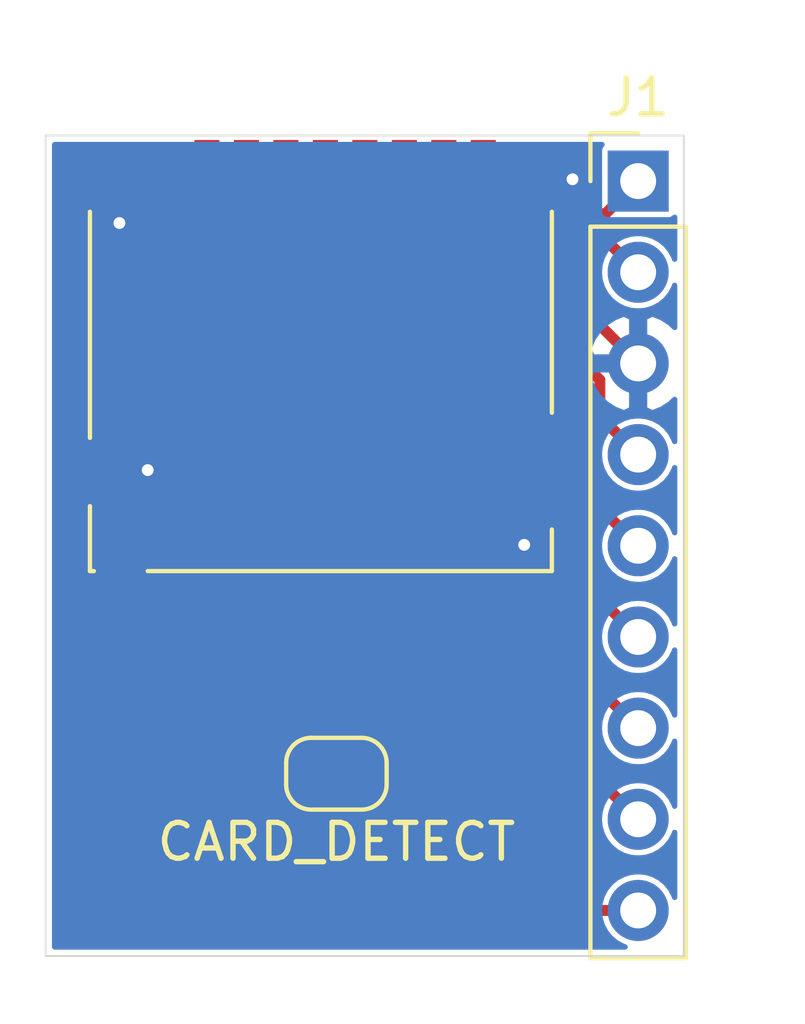
<source format=kicad_pcb>
(kicad_pcb (version 20171130) (host pcbnew "(5.1.4-0-10_14)")

  (general
    (thickness 1.6)
    (drawings 4)
    (tracks 75)
    (zones 0)
    (modules 3)
    (nets 11)
  )

  (page A4)
  (layers
    (0 F.Cu signal)
    (31 B.Cu signal)
    (32 B.Adhes user)
    (33 F.Adhes user)
    (34 B.Paste user)
    (35 F.Paste user)
    (36 B.SilkS user)
    (37 F.SilkS user)
    (38 B.Mask user)
    (39 F.Mask user)
    (40 Dwgs.User user)
    (41 Cmts.User user)
    (42 Eco1.User user)
    (43 Eco2.User user)
    (44 Edge.Cuts user)
    (45 Margin user)
    (46 B.CrtYd user)
    (47 F.CrtYd user)
    (48 B.Fab user)
    (49 F.Fab user)
  )

  (setup
    (last_trace_width 0.3048)
    (user_trace_width 0.1524)
    (user_trace_width 0.3048)
    (user_trace_width 0.4572)
    (trace_clearance 0.1524)
    (zone_clearance 0.1524)
    (zone_45_only no)
    (trace_min 0.1524)
    (via_size 0.6858)
    (via_drill 0.3302)
    (via_min_size 0.6858)
    (via_min_drill 0.3302)
    (uvia_size 0.3)
    (uvia_drill 0.1)
    (uvias_allowed no)
    (uvia_min_size 0.2)
    (uvia_min_drill 0.1)
    (edge_width 0.05)
    (segment_width 0.2)
    (pcb_text_width 0.3)
    (pcb_text_size 1.5 1.5)
    (mod_edge_width 0.12)
    (mod_text_size 1 1)
    (mod_text_width 0.15)
    (pad_size 1.524 1.524)
    (pad_drill 0.762)
    (pad_to_mask_clearance 0.051)
    (solder_mask_min_width 0.25)
    (aux_axis_origin 0 0)
    (visible_elements FFFFFF7F)
    (pcbplotparams
      (layerselection 0x010fc_ffffffff)
      (usegerberextensions false)
      (usegerberattributes false)
      (usegerberadvancedattributes false)
      (creategerberjobfile false)
      (excludeedgelayer true)
      (linewidth 0.100000)
      (plotframeref false)
      (viasonmask false)
      (mode 1)
      (useauxorigin false)
      (hpglpennumber 1)
      (hpglpenspeed 20)
      (hpglpendiameter 15.000000)
      (psnegative false)
      (psa4output false)
      (plotreference true)
      (plotvalue true)
      (plotinvisibletext false)
      (padsonsilk false)
      (subtractmaskfromsilk false)
      (outputformat 1)
      (mirror false)
      (drillshape 1)
      (scaleselection 1)
      (outputdirectory ""))
  )

  (net 0 "")
  (net 1 /DAT1)
  (net 2 /DAT0)
  (net 3 /GND)
  (net 4 /CLK)
  (net 5 /3V3)
  (net 6 /CMD)
  (net 7 /DAT3)
  (net 8 /DAT2)
  (net 9 "Net-(J2-Pad10)")
  (net 10 /29)

  (net_class Default "This is the default net class."
    (clearance 0.1524)
    (trace_width 0.1524)
    (via_dia 0.6858)
    (via_drill 0.3302)
    (uvia_dia 0.3)
    (uvia_drill 0.1)
    (add_net /29)
    (add_net /3V3)
    (add_net /CLK)
    (add_net /CMD)
    (add_net /DAT0)
    (add_net /DAT1)
    (add_net /DAT2)
    (add_net /DAT3)
    (add_net /GND)
    (add_net "Net-(J2-Pad10)")
  )

  (module Jumper:SolderJumper-2_P1.3mm_Open_RoundedPad1.0x1.5mm (layer F.Cu) (tedit 5B391E66) (tstamp 5D856652)
    (at 131.2926 97.79)
    (descr "SMD Solder Jumper, 1x1.5mm, rounded Pads, 0.3mm gap, open")
    (tags "solder jumper open")
    (path /5D855F03)
    (attr virtual)
    (fp_text reference JP1 (at 0 -1.8) (layer F.SilkS) hide
      (effects (font (size 1 1) (thickness 0.15)))
    )
    (fp_text value CARD_DETECT (at 0 1.9) (layer F.SilkS)
      (effects (font (size 1 1) (thickness 0.15)))
    )
    (fp_line (start 1.65 1.25) (end -1.65 1.25) (layer F.CrtYd) (width 0.05))
    (fp_line (start 1.65 1.25) (end 1.65 -1.25) (layer F.CrtYd) (width 0.05))
    (fp_line (start -1.65 -1.25) (end -1.65 1.25) (layer F.CrtYd) (width 0.05))
    (fp_line (start -1.65 -1.25) (end 1.65 -1.25) (layer F.CrtYd) (width 0.05))
    (fp_line (start -0.7 -1) (end 0.7 -1) (layer F.SilkS) (width 0.12))
    (fp_line (start 1.4 -0.3) (end 1.4 0.3) (layer F.SilkS) (width 0.12))
    (fp_line (start 0.7 1) (end -0.7 1) (layer F.SilkS) (width 0.12))
    (fp_line (start -1.4 0.3) (end -1.4 -0.3) (layer F.SilkS) (width 0.12))
    (fp_arc (start -0.7 -0.3) (end -0.7 -1) (angle -90) (layer F.SilkS) (width 0.12))
    (fp_arc (start -0.7 0.3) (end -1.4 0.3) (angle -90) (layer F.SilkS) (width 0.12))
    (fp_arc (start 0.7 0.3) (end 0.7 1) (angle -90) (layer F.SilkS) (width 0.12))
    (fp_arc (start 0.7 -0.3) (end 1.4 -0.3) (angle -90) (layer F.SilkS) (width 0.12))
    (pad 2 smd custom (at 0.65 0) (size 1 0.5) (layers F.Cu F.Mask)
      (net 10 /29) (zone_connect 2)
      (options (clearance outline) (anchor rect))
      (primitives
        (gr_circle (center 0 0.25) (end 0.5 0.25) (width 0))
        (gr_circle (center 0 -0.25) (end 0.5 -0.25) (width 0))
        (gr_poly (pts
           (xy 0 -0.75) (xy -0.5 -0.75) (xy -0.5 0.75) (xy 0 0.75)) (width 0))
      ))
    (pad 1 smd custom (at -0.65 0) (size 1 0.5) (layers F.Cu F.Mask)
      (net 9 "Net-(J2-Pad10)") (zone_connect 2)
      (options (clearance outline) (anchor rect))
      (primitives
        (gr_circle (center 0 0.25) (end 0.5 0.25) (width 0))
        (gr_circle (center 0 -0.25) (end 0.5 -0.25) (width 0))
        (gr_poly (pts
           (xy 0 -0.75) (xy 0.5 -0.75) (xy 0.5 0.75) (xy 0 0.75)) (width 0))
      ))
  )

  (module Connector_Card:microSD_HC_Hirose_DM3D-SF (layer F.Cu) (tedit 5B82D16A) (tstamp 5D85678A)
    (at 130.8608 86.36 180)
    (descr "Micro SD, SMD, right-angle, push-pull (https://media.digikey.com/PDF/Data%20Sheets/Hirose%20PDFs/DM3D-SF.pdf)")
    (tags "Micro SD")
    (path /5D85967D)
    (attr smd)
    (fp_text reference J2 (at -0.025 -7.625) (layer F.SilkS) hide
      (effects (font (size 1 1) (thickness 0.15)))
    )
    (fp_text value Micro_SD_Card_Det (at -0.025 6.975) (layer F.Fab)
      (effects (font (size 1 1) (thickness 0.15)))
    )
    (fp_arc (start 5.475 5.475) (end 5.475 5.725) (angle 90) (layer F.Fab) (width 0.1))
    (fp_arc (start 4.725 4.425) (end 4.725 3.925) (angle 90) (layer F.Fab) (width 0.1))
    (fp_arc (start -5.525 5.475) (end -5.275 5.475) (angle 90) (layer F.Fab) (width 0.1))
    (fp_arc (start -4.775 4.425) (end -5.275 4.425) (angle 90) (layer F.Fab) (width 0.1))
    (fp_arc (start -5.025 9.575) (end -5.025 10.075) (angle 90) (layer F.Fab) (width 0.1))
    (fp_arc (start 4.975 9.575) (end 5.475 9.575) (angle 90) (layer F.Fab) (width 0.1))
    (fp_line (start 6.325 -5.785) (end 6.435 -5.785) (layer F.SilkS) (width 0.12))
    (fp_line (start 0.525 -5.725) (end -1.975 -5.725) (layer Dwgs.User) (width 0.1))
    (fp_line (start 6.375 5.725) (end 6.375 -5.725) (layer F.Fab) (width 0.1))
    (fp_line (start 3.575 0.475) (end 3.575 -1.525) (layer Dwgs.User) (width 0.1))
    (fp_line (start 3.075 0.475) (end 3.575 -0.975) (layer Dwgs.User) (width 0.1))
    (fp_line (start 2.575 0.475) (end 3.275 -1.525) (layer Dwgs.User) (width 0.1))
    (fp_line (start 2.075 0.475) (end 2.775 -1.525) (layer Dwgs.User) (width 0.1))
    (fp_line (start 1.575 0.475) (end 2.275 -1.525) (layer Dwgs.User) (width 0.1))
    (fp_line (start 1.075 0.475) (end 1.775 -1.525) (layer Dwgs.User) (width 0.1))
    (fp_line (start 0.575 0.475) (end 1.275 -1.525) (layer Dwgs.User) (width 0.1))
    (fp_line (start 0.075 0.475) (end 0.775 -1.525) (layer Dwgs.User) (width 0.1))
    (fp_line (start -0.425 0.475) (end 0.275 -1.525) (layer Dwgs.User) (width 0.1))
    (fp_line (start -0.925 0.475) (end -0.225 -1.525) (layer Dwgs.User) (width 0.1))
    (fp_line (start -1.425 0.475) (end -0.725 -1.525) (layer Dwgs.User) (width 0.1))
    (fp_line (start -1.925 0.475) (end -1.225 -1.525) (layer Dwgs.User) (width 0.1))
    (fp_line (start -2.425 0.475) (end -1.725 -1.525) (layer Dwgs.User) (width 0.1))
    (fp_line (start -2.925 0.475) (end -2.225 -1.525) (layer Dwgs.User) (width 0.1))
    (fp_line (start -3.425 0.475) (end -2.725 -1.525) (layer Dwgs.User) (width 0.1))
    (fp_line (start -4.425 0.475) (end -3.725 -1.525) (layer Dwgs.User) (width 0.1))
    (fp_line (start -6.375 5.725) (end -6.375 -5.725) (layer F.Fab) (width 0.1))
    (fp_line (start -4.925 0.475) (end 3.575 0.475) (layer Dwgs.User) (width 0.1))
    (fp_line (start 0.525 -3.875) (end -1.975 -3.875) (layer Dwgs.User) (width 0.1))
    (fp_line (start -4.925 -1.525) (end 3.575 -1.525) (layer Dwgs.User) (width 0.1))
    (fp_line (start -6.92 -6.72) (end 6.88 -6.72) (layer F.CrtYd) (width 0.05))
    (fp_line (start 6.88 -6.72) (end 6.88 6.28) (layer F.CrtYd) (width 0.05))
    (fp_line (start 6.88 6.28) (end -6.92 6.28) (layer F.CrtYd) (width 0.05))
    (fp_line (start -6.92 6.28) (end -6.92 -6.72) (layer F.CrtYd) (width 0.05))
    (fp_line (start -4.925 -1.525) (end -4.925 0.475) (layer Dwgs.User) (width 0.1))
    (fp_line (start -4.925 0.475) (end -4.225 -1.525) (layer Dwgs.User) (width 0.1))
    (fp_line (start -4.225 -1.525) (end -3.725 -1.525) (layer Dwgs.User) (width 0.1))
    (fp_line (start -3.925 0.475) (end -3.225 -1.525) (layer Dwgs.User) (width 0.1))
    (fp_line (start -3.225 -1.525) (end -2.725 -1.525) (layer Dwgs.User) (width 0.1))
    (fp_line (start -6.375 -5.725) (end 6.375 -5.725) (layer F.Fab) (width 0.1))
    (fp_line (start -1.975 -5.725) (end -1.975 -3.875) (layer Dwgs.User) (width 0.1))
    (fp_line (start 0.525 -3.875) (end 0.525 -5.725) (layer Dwgs.User) (width 0.1))
    (fp_line (start -1.925 -3.875) (end -1.525 -5.725) (layer Dwgs.User) (width 0.1))
    (fp_line (start -1.025 -5.725) (end -1.525 -3.875) (layer Dwgs.User) (width 0.1))
    (fp_line (start -1.025 -3.875) (end -0.525 -5.725) (layer Dwgs.User) (width 0.1))
    (fp_line (start -0.025 -5.725) (end -0.525 -3.875) (layer Dwgs.User) (width 0.1))
    (fp_line (start -0.025 -3.875) (end 0.475 -5.725) (layer Dwgs.User) (width 0.1))
    (fp_line (start -5.525 -6.975) (end 4.175 -6.975) (layer F.Fab) (width 0.1))
    (fp_line (start 4.175 -5.725) (end 4.175 -6.975) (layer F.Fab) (width 0.1))
    (fp_line (start -5.525 -5.725) (end -5.525 -6.975) (layer F.Fab) (width 0.1))
    (fp_line (start -4.775 3.925) (end 4.725 3.925) (layer F.Fab) (width 0.1))
    (fp_line (start -6.375 5.725) (end -5.525 5.725) (layer F.Fab) (width 0.1))
    (fp_line (start -5.275 5.475) (end -5.275 4.425) (layer F.Fab) (width 0.1))
    (fp_line (start 5.225 5.475) (end 5.225 4.425) (layer F.Fab) (width 0.1))
    (fp_line (start 5.475 5.725) (end 6.375 5.725) (layer F.Fab) (width 0.1))
    (fp_line (start -5.525 5.725) (end -5.525 9.575) (layer F.Fab) (width 0.1))
    (fp_line (start -5.025 10.075) (end 4.975 10.075) (layer F.Fab) (width 0.1))
    (fp_line (start 5.475 9.575) (end 5.475 5.725) (layer F.Fab) (width 0.1))
    (fp_line (start -6.435 -4.625) (end -6.435 -5.785) (layer F.SilkS) (width 0.12))
    (fp_line (start -6.435 -5.785) (end 4.825 -5.785) (layer F.SilkS) (width 0.12))
    (fp_line (start 6.435 -5.785) (end 6.435 -3.975) (layer F.SilkS) (width 0.12))
    (fp_line (start -6.435 -1.375) (end -6.435 4.225) (layer F.SilkS) (width 0.12))
    (fp_line (start 6.435 -2.075) (end 6.435 4.225) (layer F.SilkS) (width 0.12))
    (fp_text user KEEPOUT (at -0.725 -4.8) (layer Cmts.User)
      (effects (font (size 0.4 0.4) (thickness 0.06)))
    )
    (fp_text user %R (at -0.025 1.475) (layer F.Fab)
      (effects (font (size 1 1) (thickness 0.1)))
    )
    (fp_text user KEEPOUT (at -0.275 -0.525) (layer Cmts.User)
      (effects (font (size 1 1) (thickness 0.1)))
    )
    (pad 10 smd rect (at 5.575 -5.45 180) (size 1 1.55) (layers F.Cu F.Paste F.Mask)
      (net 9 "Net-(J2-Pad10)"))
    (pad 11 smd rect (at 5.625 5.225 180) (size 1.5 1.5) (layers F.Cu F.Paste F.Mask)
      (net 3 /GND))
    (pad 1 smd rect (at 3.175 5.35 180) (size 0.7 1.75) (layers F.Cu F.Paste F.Mask)
      (net 8 /DAT2))
    (pad 2 smd rect (at 2.075 5.35 180) (size 0.7 1.75) (layers F.Cu F.Paste F.Mask)
      (net 7 /DAT3))
    (pad 3 smd rect (at 0.975 5.35 180) (size 0.7 1.75) (layers F.Cu F.Paste F.Mask)
      (net 6 /CMD))
    (pad 4 smd rect (at -0.125 5.35 180) (size 0.7 1.75) (layers F.Cu F.Paste F.Mask)
      (net 5 /3V3))
    (pad 5 smd rect (at -1.225 5.35 180) (size 0.7 1.75) (layers F.Cu F.Paste F.Mask)
      (net 4 /CLK))
    (pad 6 smd rect (at -2.325 5.35 180) (size 0.7 1.75) (layers F.Cu F.Paste F.Mask)
      (net 3 /GND))
    (pad 7 smd rect (at -3.425 5.35 180) (size 0.7 1.75) (layers F.Cu F.Paste F.Mask)
      (net 2 /DAT0))
    (pad 11 smd rect (at 5.975 -3.025 180) (size 0.8 1.4) (layers F.Cu F.Paste F.Mask)
      (net 3 /GND))
    (pad 9 smd rect (at -5.65 -3.875 180) (size 1.45 1) (layers F.Cu F.Paste F.Mask)
      (net 3 /GND))
    (pad 11 smd rect (at -5.975 -2.375 180) (size 0.8 1.5) (layers F.Cu F.Paste F.Mask)
      (net 3 /GND))
    (pad 11 smd rect (at -5.725 5.225 180) (size 1.3 1.5) (layers F.Cu F.Paste F.Mask)
      (net 3 /GND))
    (pad 8 smd rect (at -4.525 5.35 180) (size 0.7 1.75) (layers F.Cu F.Paste F.Mask)
      (net 1 /DAT1))
    (model ${KISYS3DMOD}/Connector_Card.3dshapes/microSD_HC_Hirose_DM3D-SF.wrl
      (at (xyz 0 0 0))
      (scale (xyz 1 1 1))
      (rotate (xyz 0 0 0))
    )
  )

  (module Connector_PinHeader_2.54mm:PinHeader_1x09_P2.54mm_Vertical (layer F.Cu) (tedit 59FED5CC) (tstamp 5D855230)
    (at 139.7 81.28)
    (descr "Through hole straight pin header, 1x09, 2.54mm pitch, single row")
    (tags "Through hole pin header THT 1x09 2.54mm single row")
    (path /5D8549FA)
    (fp_text reference J1 (at 0 -2.33) (layer F.SilkS)
      (effects (font (size 1 1) (thickness 0.15)))
    )
    (fp_text value Conn_01x09 (at 0 22.65) (layer F.Fab)
      (effects (font (size 1 1) (thickness 0.15)))
    )
    (fp_text user %R (at 0 10.16 90) (layer F.Fab)
      (effects (font (size 1 1) (thickness 0.15)))
    )
    (fp_line (start 1.8 -1.8) (end -1.8 -1.8) (layer F.CrtYd) (width 0.05))
    (fp_line (start 1.8 22.1) (end 1.8 -1.8) (layer F.CrtYd) (width 0.05))
    (fp_line (start -1.8 22.1) (end 1.8 22.1) (layer F.CrtYd) (width 0.05))
    (fp_line (start -1.8 -1.8) (end -1.8 22.1) (layer F.CrtYd) (width 0.05))
    (fp_line (start -1.33 -1.33) (end 0 -1.33) (layer F.SilkS) (width 0.12))
    (fp_line (start -1.33 0) (end -1.33 -1.33) (layer F.SilkS) (width 0.12))
    (fp_line (start -1.33 1.27) (end 1.33 1.27) (layer F.SilkS) (width 0.12))
    (fp_line (start 1.33 1.27) (end 1.33 21.65) (layer F.SilkS) (width 0.12))
    (fp_line (start -1.33 1.27) (end -1.33 21.65) (layer F.SilkS) (width 0.12))
    (fp_line (start -1.33 21.65) (end 1.33 21.65) (layer F.SilkS) (width 0.12))
    (fp_line (start -1.27 -0.635) (end -0.635 -1.27) (layer F.Fab) (width 0.1))
    (fp_line (start -1.27 21.59) (end -1.27 -0.635) (layer F.Fab) (width 0.1))
    (fp_line (start 1.27 21.59) (end -1.27 21.59) (layer F.Fab) (width 0.1))
    (fp_line (start 1.27 -1.27) (end 1.27 21.59) (layer F.Fab) (width 0.1))
    (fp_line (start -0.635 -1.27) (end 1.27 -1.27) (layer F.Fab) (width 0.1))
    (pad 9 thru_hole oval (at 0 20.32) (size 1.7 1.7) (drill 1) (layers *.Cu *.Mask)
      (net 10 /29))
    (pad 8 thru_hole oval (at 0 17.78) (size 1.7 1.7) (drill 1) (layers *.Cu *.Mask)
      (net 8 /DAT2))
    (pad 7 thru_hole oval (at 0 15.24) (size 1.7 1.7) (drill 1) (layers *.Cu *.Mask)
      (net 7 /DAT3))
    (pad 6 thru_hole oval (at 0 12.7) (size 1.7 1.7) (drill 1) (layers *.Cu *.Mask)
      (net 6 /CMD))
    (pad 5 thru_hole oval (at 0 10.16) (size 1.7 1.7) (drill 1) (layers *.Cu *.Mask)
      (net 5 /3V3))
    (pad 4 thru_hole oval (at 0 7.62) (size 1.7 1.7) (drill 1) (layers *.Cu *.Mask)
      (net 4 /CLK))
    (pad 3 thru_hole oval (at 0 5.08) (size 1.7 1.7) (drill 1) (layers *.Cu *.Mask)
      (net 3 /GND))
    (pad 2 thru_hole oval (at 0 2.54) (size 1.7 1.7) (drill 1) (layers *.Cu *.Mask)
      (net 2 /DAT0))
    (pad 1 thru_hole rect (at 0 0) (size 1.7 1.7) (drill 1) (layers *.Cu *.Mask)
      (net 1 /DAT1))
    (model ${KISYS3DMOD}/Connector_PinHeader_2.54mm.3dshapes/PinHeader_1x09_P2.54mm_Vertical.wrl
      (at (xyz 0 0 0))
      (scale (xyz 1 1 1))
      (rotate (xyz 0 0 0))
    )
  )

  (gr_line (start 140.97 80.01) (end 140.97 102.87) (layer Edge.Cuts) (width 0.05) (tstamp 5D8565C4))
  (gr_line (start 123.19 80.01) (end 140.97 80.01) (layer Edge.Cuts) (width 0.05))
  (gr_line (start 123.19 102.87) (end 123.19 80.01) (layer Edge.Cuts) (width 0.05))
  (gr_line (start 140.97 102.87) (end 123.19 102.87) (layer Edge.Cuts) (width 0.05))

  (segment (start 138.790199 82.189801) (end 139.7 81.28) (width 0.3048) (layer F.Cu) (net 1))
  (segment (start 135.385801 82.189801) (end 138.790199 82.189801) (width 0.3048) (layer F.Cu) (net 1))
  (segment (start 135.3858 81.01) (end 135.385801 82.189801) (width 0.3048) (layer F.Cu) (net 1))
  (segment (start 138.531556 82.651556) (end 138.850001 82.970001) (width 0.3048) (layer F.Cu) (net 2))
  (segment (start 134.2858 81.01) (end 134.2858 82.1898) (width 0.3048) (layer F.Cu) (net 2))
  (segment (start 138.850001 82.970001) (end 139.7 83.82) (width 0.3048) (layer F.Cu) (net 2))
  (segment (start 134.2858 82.1898) (end 134.747556 82.651556) (width 0.3048) (layer F.Cu) (net 2))
  (segment (start 134.747556 82.651556) (end 138.531556 82.651556) (width 0.3048) (layer F.Cu) (net 2))
  (segment (start 133.1858 82.1898) (end 134.104767 83.108767) (width 0.3048) (layer F.Cu) (net 3))
  (segment (start 134.104767 83.108767) (end 136.448767 83.108767) (width 0.3048) (layer F.Cu) (net 3))
  (segment (start 133.1858 81.01) (end 133.1858 82.1898) (width 0.3048) (layer F.Cu) (net 3))
  (segment (start 136.448767 83.108767) (end 138.850001 85.510001) (width 0.3048) (layer F.Cu) (net 3))
  (segment (start 138.850001 85.510001) (end 139.7 86.36) (width 0.3048) (layer F.Cu) (net 3))
  (segment (start 136.5108 89.06) (end 136.8358 88.735) (width 0.3048) (layer F.Cu) (net 3))
  (segment (start 136.5108 90.235) (end 136.5108 89.06) (width 0.3048) (layer F.Cu) (net 3))
  (segment (start 125.2358 82.4368) (end 125.2474 82.4484) (width 0.3048) (layer F.Cu) (net 3))
  (via (at 125.2474 82.4484) (size 0.6858) (drill 0.3302) (layers F.Cu B.Cu) (net 3))
  (segment (start 125.2358 81.135) (end 125.2358 82.4368) (width 0.3048) (layer F.Cu) (net 3))
  (segment (start 125.6054 89.385) (end 124.8858 89.385) (width 0.3048) (layer F.Cu) (net 3))
  (segment (start 126.0348 89.3318) (end 125.6054 89.385) (width 0.3048) (layer F.Cu) (net 3))
  (via (at 126.0348 89.3318) (size 0.6858) (drill 0.3302) (layers F.Cu B.Cu) (net 3))
  (via (at 136.525 91.4146) (size 0.6858) (drill 0.3302) (layers F.Cu B.Cu) (net 3))
  (segment (start 136.5108 91.4004) (end 136.525 91.4146) (width 0.3048) (layer F.Cu) (net 3))
  (segment (start 136.5108 90.235) (end 136.5108 91.4004) (width 0.3048) (layer F.Cu) (net 3))
  (via (at 137.8712 81.2292) (size 0.6858) (drill 0.3302) (layers F.Cu B.Cu) (net 3))
  (segment (start 137.777 81.135) (end 137.8712 81.2292) (width 0.3048) (layer F.Cu) (net 3))
  (segment (start 136.5858 81.135) (end 137.777 81.135) (width 0.3048) (layer F.Cu) (net 3))
  (segment (start 132.0858 82.1898) (end 133.461976 83.565976) (width 0.3048) (layer F.Cu) (net 4))
  (segment (start 137.541031 85.203582) (end 137.541031 85.727245) (width 0.3048) (layer F.Cu) (net 4))
  (segment (start 137.541031 85.727245) (end 138.633222 86.819436) (width 0.3048) (layer F.Cu) (net 4))
  (segment (start 132.0858 81.01) (end 132.0858 82.1898) (width 0.3048) (layer F.Cu) (net 4))
  (segment (start 135.903425 83.565976) (end 137.541031 85.203582) (width 0.3048) (layer F.Cu) (net 4))
  (segment (start 138.633222 87.833222) (end 138.850001 88.050001) (width 0.3048) (layer F.Cu) (net 4))
  (segment (start 133.461976 83.565976) (end 135.903425 83.565976) (width 0.3048) (layer F.Cu) (net 4))
  (segment (start 138.633222 86.819436) (end 138.633222 87.833222) (width 0.3048) (layer F.Cu) (net 4))
  (segment (start 138.850001 88.050001) (end 139.7 88.9) (width 0.3048) (layer F.Cu) (net 4))
  (segment (start 135.714043 84.023187) (end 137.08382 85.392964) (width 0.3048) (layer F.Cu) (net 5))
  (segment (start 137.08382 85.392964) (end 137.08382 85.916627) (width 0.3048) (layer F.Cu) (net 5))
  (segment (start 130.985801 82.189801) (end 132.819187 84.023187) (width 0.3048) (layer F.Cu) (net 5))
  (segment (start 132.819187 84.023187) (end 135.714043 84.023187) (width 0.3048) (layer F.Cu) (net 5))
  (segment (start 130.9858 81.01) (end 130.985801 82.189801) (width 0.3048) (layer F.Cu) (net 5))
  (segment (start 138.850001 90.590001) (end 139.7 91.44) (width 0.3048) (layer F.Cu) (net 5))
  (segment (start 138.176011 89.916011) (end 138.850001 90.590001) (width 0.3048) (layer F.Cu) (net 5))
  (segment (start 137.08382 85.916627) (end 138.176011 87.008818) (width 0.3048) (layer F.Cu) (net 5))
  (segment (start 138.176011 87.008818) (end 138.176011 89.916011) (width 0.3048) (layer F.Cu) (net 5))
  (segment (start 137.7188 87.237408) (end 136.58821 86.106818) (width 0.3048) (layer F.Cu) (net 6))
  (segment (start 132.176398 84.480398) (end 129.8858 82.1898) (width 0.3048) (layer F.Cu) (net 6))
  (segment (start 137.7188 91.9988) (end 137.7188 87.237408) (width 0.3048) (layer F.Cu) (net 6))
  (segment (start 139.7 93.98) (end 137.7188 91.9988) (width 0.3048) (layer F.Cu) (net 6))
  (segment (start 136.58821 85.543947) (end 135.524661 84.480398) (width 0.3048) (layer F.Cu) (net 6))
  (segment (start 129.8858 82.1898) (end 129.8858 81.01) (width 0.3048) (layer F.Cu) (net 6))
  (segment (start 135.524661 84.480398) (end 132.176398 84.480398) (width 0.3048) (layer F.Cu) (net 6))
  (segment (start 136.58821 86.106818) (end 136.58821 85.543947) (width 0.3048) (layer F.Cu) (net 6))
  (segment (start 130.449348 85.54719) (end 128.7858 83.883642) (width 0.3048) (layer F.Cu) (net 7))
  (segment (start 139.7 96.52) (end 135.480999 92.300999) (width 0.3048) (layer F.Cu) (net 7))
  (segment (start 128.7858 82.1898) (end 128.7858 81.01) (width 0.3048) (layer F.Cu) (net 7))
  (segment (start 128.7858 83.883642) (end 128.7858 82.1898) (width 0.3048) (layer F.Cu) (net 7))
  (segment (start 135.94486 85.54719) (end 130.449348 85.54719) (width 0.3048) (layer F.Cu) (net 7))
  (segment (start 135.480999 92.300999) (end 135.480999 88.728871) (width 0.3048) (layer F.Cu) (net 7))
  (segment (start 136.130999 88.078871) (end 136.130999 85.733329) (width 0.3048) (layer F.Cu) (net 7))
  (segment (start 136.130999 85.733329) (end 135.94486 85.54719) (width 0.3048) (layer F.Cu) (net 7))
  (segment (start 135.480999 88.728871) (end 136.130999 88.078871) (width 0.3048) (layer F.Cu) (net 7))
  (segment (start 127.6858 82.1898) (end 127.6858 81.01) (width 0.3048) (layer F.Cu) (net 8))
  (segment (start 127.081744 88.26501) (end 126.903192 88.086458) (width 0.3048) (layer F.Cu) (net 8))
  (segment (start 126.903192 82.972408) (end 127.6858 82.1898) (width 0.3048) (layer F.Cu) (net 8))
  (segment (start 126.903192 88.086458) (end 126.903192 82.972408) (width 0.3048) (layer F.Cu) (net 8))
  (segment (start 133.19761 90.043742) (end 131.418878 88.26501) (width 0.3048) (layer F.Cu) (net 8))
  (segment (start 131.418878 88.26501) (end 127.081744 88.26501) (width 0.3048) (layer F.Cu) (net 8) (tstamp 5D856855))
  (segment (start 133.19761 92.55761) (end 133.19761 90.043742) (width 0.3048) (layer F.Cu) (net 8))
  (segment (start 139.7 99.06) (end 133.19761 92.55761) (width 0.3048) (layer F.Cu) (net 8))
  (segment (start 125.2858 91.2258) (end 125.2858 91.6458) (width 0.1524) (layer F.Cu) (net 9))
  (segment (start 125.2858 92.4332) (end 125.2858 91.81) (width 0.3048) (layer F.Cu) (net 9))
  (segment (start 130.6426 97.79) (end 125.2858 92.4332) (width 0.3048) (layer F.Cu) (net 9))
  (segment (start 135.7526 101.6) (end 131.9426 97.79) (width 0.3048) (layer F.Cu) (net 10))
  (segment (start 139.7 101.6) (end 135.7526 101.6) (width 0.3048) (layer F.Cu) (net 10))

  (zone (net 0) (net_name "") (layer F.Cu) (tstamp 0) (hatch edge 0.508)
    (connect_pads (clearance 0.508))
    (min_thickness 0.254)
    (keepout (tracks not_allowed) (vias not_allowed) (copperpour not_allowed))
    (fill (arc_segments 32) (thermal_gap 0.508) (thermal_bridge_width 0.508))
    (polygon
      (pts
        (xy 135.818602 87.9602) (xy 135.818602 85.852) (xy 127.208002 85.852) (xy 127.208002 87.9602)
      )
    )
  )
  (zone (net 0) (net_name "") (layer F.Cu) (tstamp 0) (hatch edge 0.508)
    (connect_pads (clearance 0.508))
    (min_thickness 0.254)
    (keepout (tracks not_allowed) (vias not_allowed) (copperpour not_allowed))
    (fill (arc_segments 32) (thermal_gap 0.508) (thermal_bridge_width 0.508))
    (polygon
      (pts
        (xy 130.2766 92.0242) (xy 130.2766 90.17) (xy 132.8674 90.1446) (xy 132.8928 92.202) (xy 130.2766 92.1766)
        (xy 130.2766 92.1258)
      )
    )
  )
  (zone (net 3) (net_name /GND) (layer B.Cu) (tstamp 0) (hatch edge 0.508)
    (connect_pads (clearance 0.1524))
    (min_thickness 0.1524)
    (fill yes (arc_segments 32) (thermal_gap 0.508) (thermal_bridge_width 0.508))
    (polygon
      (pts
        (xy 142.24 78.74) (xy 121.92 78.74) (xy 121.92 104.14) (xy 142.24 104.14)
      )
    )
    (filled_polygon
      (pts
        (xy 138.687573 80.267573) (xy 138.659006 80.302382) (xy 138.637779 80.342095) (xy 138.624708 80.385187) (xy 138.620294 80.43)
        (xy 138.620294 82.13) (xy 138.624708 82.174813) (xy 138.637779 82.217905) (xy 138.659006 82.257618) (xy 138.687573 82.292427)
        (xy 138.722382 82.320994) (xy 138.762095 82.342221) (xy 138.805187 82.355292) (xy 138.85 82.359706) (xy 140.55 82.359706)
        (xy 140.594813 82.355292) (xy 140.637905 82.342221) (xy 140.677618 82.320994) (xy 140.712427 82.292427) (xy 140.7164 82.287586)
        (xy 140.7164 83.454963) (xy 140.701317 83.405241) (xy 140.601162 83.217863) (xy 140.466375 83.053625) (xy 140.302137 82.918838)
        (xy 140.114759 82.818683) (xy 139.911442 82.757007) (xy 139.75298 82.7414) (xy 139.64702 82.7414) (xy 139.488558 82.757007)
        (xy 139.285241 82.818683) (xy 139.097863 82.918838) (xy 138.933625 83.053625) (xy 138.798838 83.217863) (xy 138.698683 83.405241)
        (xy 138.637007 83.608558) (xy 138.616182 83.82) (xy 138.637007 84.031442) (xy 138.698683 84.234759) (xy 138.798838 84.422137)
        (xy 138.933625 84.586375) (xy 139.097863 84.721162) (xy 139.285241 84.821317) (xy 139.488558 84.882993) (xy 139.64702 84.8986)
        (xy 139.75298 84.8986) (xy 139.911442 84.882993) (xy 140.114759 84.821317) (xy 140.302137 84.721162) (xy 140.466375 84.586375)
        (xy 140.601162 84.422137) (xy 140.701317 84.234759) (xy 140.7164 84.185037) (xy 140.7164 85.357534) (xy 140.59519 85.239471)
        (xy 140.359385 85.086359) (xy 140.09824 84.982192) (xy 139.8778 85.082907) (xy 139.8778 86.1822) (xy 139.8978 86.1822)
        (xy 139.8978 86.5378) (xy 139.8778 86.5378) (xy 139.8778 87.637093) (xy 140.09824 87.737808) (xy 140.359385 87.633641)
        (xy 140.59519 87.480529) (xy 140.7164 87.362466) (xy 140.7164 88.534964) (xy 140.701317 88.485241) (xy 140.601162 88.297863)
        (xy 140.466375 88.133625) (xy 140.302137 87.998838) (xy 140.114759 87.898683) (xy 139.911442 87.837007) (xy 139.75298 87.8214)
        (xy 139.64702 87.8214) (xy 139.488558 87.837007) (xy 139.285241 87.898683) (xy 139.097863 87.998838) (xy 138.933625 88.133625)
        (xy 138.798838 88.297863) (xy 138.698683 88.485241) (xy 138.637007 88.688558) (xy 138.616182 88.9) (xy 138.637007 89.111442)
        (xy 138.698683 89.314759) (xy 138.798838 89.502137) (xy 138.933625 89.666375) (xy 139.097863 89.801162) (xy 139.285241 89.901317)
        (xy 139.488558 89.962993) (xy 139.64702 89.9786) (xy 139.75298 89.9786) (xy 139.911442 89.962993) (xy 140.114759 89.901317)
        (xy 140.302137 89.801162) (xy 140.466375 89.666375) (xy 140.601162 89.502137) (xy 140.701317 89.314759) (xy 140.7164 89.265036)
        (xy 140.7164 91.074964) (xy 140.701317 91.025241) (xy 140.601162 90.837863) (xy 140.466375 90.673625) (xy 140.302137 90.538838)
        (xy 140.114759 90.438683) (xy 139.911442 90.377007) (xy 139.75298 90.3614) (xy 139.64702 90.3614) (xy 139.488558 90.377007)
        (xy 139.285241 90.438683) (xy 139.097863 90.538838) (xy 138.933625 90.673625) (xy 138.798838 90.837863) (xy 138.698683 91.025241)
        (xy 138.637007 91.228558) (xy 138.616182 91.44) (xy 138.637007 91.651442) (xy 138.698683 91.854759) (xy 138.798838 92.042137)
        (xy 138.933625 92.206375) (xy 139.097863 92.341162) (xy 139.285241 92.441317) (xy 139.488558 92.502993) (xy 139.64702 92.5186)
        (xy 139.75298 92.5186) (xy 139.911442 92.502993) (xy 140.114759 92.441317) (xy 140.302137 92.341162) (xy 140.466375 92.206375)
        (xy 140.601162 92.042137) (xy 140.701317 91.854759) (xy 140.716401 91.805036) (xy 140.716401 93.614965) (xy 140.701317 93.565241)
        (xy 140.601162 93.377863) (xy 140.466375 93.213625) (xy 140.302137 93.078838) (xy 140.114759 92.978683) (xy 139.911442 92.917007)
        (xy 139.75298 92.9014) (xy 139.64702 92.9014) (xy 139.488558 92.917007) (xy 139.285241 92.978683) (xy 139.097863 93.078838)
        (xy 138.933625 93.213625) (xy 138.798838 93.377863) (xy 138.698683 93.565241) (xy 138.637007 93.768558) (xy 138.616182 93.98)
        (xy 138.637007 94.191442) (xy 138.698683 94.394759) (xy 138.798838 94.582137) (xy 138.933625 94.746375) (xy 139.097863 94.881162)
        (xy 139.285241 94.981317) (xy 139.488558 95.042993) (xy 139.64702 95.0586) (xy 139.75298 95.0586) (xy 139.911442 95.042993)
        (xy 140.114759 94.981317) (xy 140.302137 94.881162) (xy 140.466375 94.746375) (xy 140.601162 94.582137) (xy 140.701317 94.394759)
        (xy 140.716401 94.345035) (xy 140.716401 96.154965) (xy 140.701317 96.105241) (xy 140.601162 95.917863) (xy 140.466375 95.753625)
        (xy 140.302137 95.618838) (xy 140.114759 95.518683) (xy 139.911442 95.457007) (xy 139.75298 95.4414) (xy 139.64702 95.4414)
        (xy 139.488558 95.457007) (xy 139.285241 95.518683) (xy 139.097863 95.618838) (xy 138.933625 95.753625) (xy 138.798838 95.917863)
        (xy 138.698683 96.105241) (xy 138.637007 96.308558) (xy 138.616182 96.52) (xy 138.637007 96.731442) (xy 138.698683 96.934759)
        (xy 138.798838 97.122137) (xy 138.933625 97.286375) (xy 139.097863 97.421162) (xy 139.285241 97.521317) (xy 139.488558 97.582993)
        (xy 139.64702 97.5986) (xy 139.75298 97.5986) (xy 139.911442 97.582993) (xy 140.114759 97.521317) (xy 140.302137 97.421162)
        (xy 140.466375 97.286375) (xy 140.601162 97.122137) (xy 140.701317 96.934759) (xy 140.716401 96.885035) (xy 140.716401 98.694965)
        (xy 140.701317 98.645241) (xy 140.601162 98.457863) (xy 140.466375 98.293625) (xy 140.302137 98.158838) (xy 140.114759 98.058683)
        (xy 139.911442 97.997007) (xy 139.75298 97.9814) (xy 139.64702 97.9814) (xy 139.488558 97.997007) (xy 139.285241 98.058683)
        (xy 139.097863 98.158838) (xy 138.933625 98.293625) (xy 138.798838 98.457863) (xy 138.698683 98.645241) (xy 138.637007 98.848558)
        (xy 138.616182 99.06) (xy 138.637007 99.271442) (xy 138.698683 99.474759) (xy 138.798838 99.662137) (xy 138.933625 99.826375)
        (xy 139.097863 99.961162) (xy 139.285241 100.061317) (xy 139.488558 100.122993) (xy 139.64702 100.1386) (xy 139.75298 100.1386)
        (xy 139.911442 100.122993) (xy 140.114759 100.061317) (xy 140.302137 99.961162) (xy 140.466375 99.826375) (xy 140.601162 99.662137)
        (xy 140.701317 99.474759) (xy 140.716401 99.425035) (xy 140.716401 101.234966) (xy 140.701317 101.185241) (xy 140.601162 100.997863)
        (xy 140.466375 100.833625) (xy 140.302137 100.698838) (xy 140.114759 100.598683) (xy 139.911442 100.537007) (xy 139.75298 100.5214)
        (xy 139.64702 100.5214) (xy 139.488558 100.537007) (xy 139.285241 100.598683) (xy 139.097863 100.698838) (xy 138.933625 100.833625)
        (xy 138.798838 100.997863) (xy 138.698683 101.185241) (xy 138.637007 101.388558) (xy 138.616182 101.6) (xy 138.637007 101.811442)
        (xy 138.698683 102.014759) (xy 138.798838 102.202137) (xy 138.933625 102.366375) (xy 139.097863 102.501162) (xy 139.285241 102.601317)
        (xy 139.334963 102.6164) (xy 123.4436 102.6164) (xy 123.4436 86.758239) (xy 138.322199 86.758239) (xy 138.333144 86.794344)
        (xy 138.444144 87.052659) (xy 138.603406 87.284355) (xy 138.80481 87.480529) (xy 139.040615 87.633641) (xy 139.30176 87.737808)
        (xy 139.5222 87.637093) (xy 139.5222 86.5378) (xy 138.42418 86.5378) (xy 138.322199 86.758239) (xy 123.4436 86.758239)
        (xy 123.4436 85.961761) (xy 138.322199 85.961761) (xy 138.42418 86.1822) (xy 139.5222 86.1822) (xy 139.5222 85.082907)
        (xy 139.30176 84.982192) (xy 139.040615 85.086359) (xy 138.80481 85.239471) (xy 138.603406 85.435645) (xy 138.444144 85.667341)
        (xy 138.333144 85.925656) (xy 138.322199 85.961761) (xy 123.4436 85.961761) (xy 123.4436 80.2636) (xy 138.692414 80.2636)
      )
    )
  )
)

</source>
